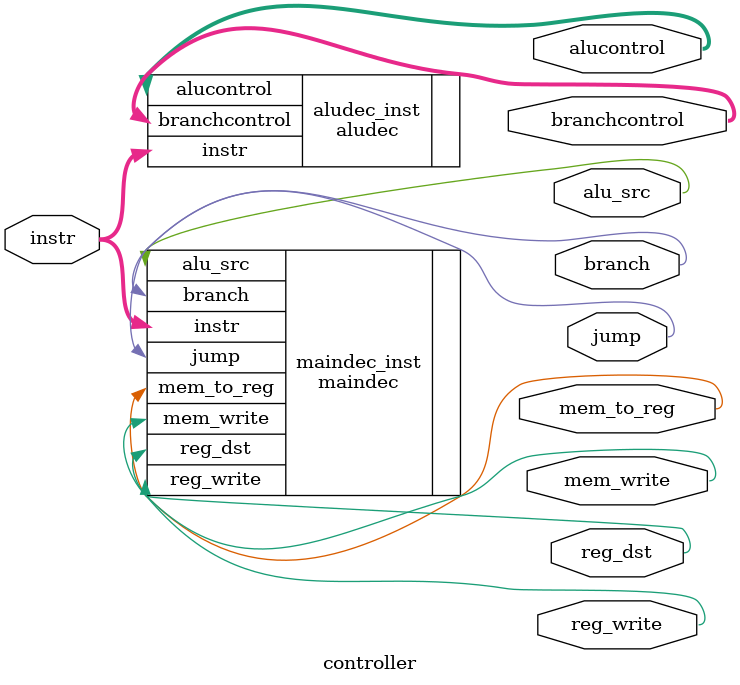
<source format=v>
`include "Main  Decoder.v"
`include "ALU Decoder.v"
module controller (
	input  [31:0] instr     ,
	// other side
	output        branch    ,
	output        jump      ,
	output        mem_to_reg,
	output        mem_write ,
	output        reg_dst   ,
	output        reg_write ,
	// alu side
	output [ 2:0] alucontrol,
	output [2:0] branchcontrol,
	output        alu_src
);

	maindec maindec_inst (
		.instr     (instr     ),
		.branch    (branch    ),
		.jump      (jump      ),
		.mem_to_reg(mem_to_reg),
		.mem_write (mem_write ),
		.reg_dst   (reg_dst   ),
		.reg_write (reg_write ),
		.alu_src   (alu_src   )
	);

	aludec aludec_inst (
		.instr     (instr     ),
		.alucontrol(alucontrol),
		.branchcontrol ( branchcontrol)
	);

endmodule
</source>
